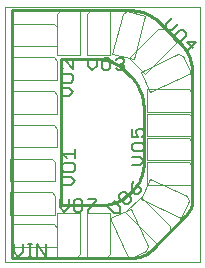
<source format=gto>
G75*
%MOIN*%
%OFA0B0*%
%FSLAX24Y24*%
%IPPOS*%
%LPD*%
%AMOC8*
5,1,8,0,0,1.08239X$1,22.5*
%
%ADD10C,0.0000*%
%ADD11C,0.0100*%
%ADD12C,0.0040*%
%ADD13C,0.0080*%
D10*
X002392Y002517D02*
X002392Y011017D01*
X008892Y011017D01*
X008892Y002517D01*
X002392Y002517D01*
D11*
X002642Y002642D02*
X006622Y002642D01*
X007295Y002920D02*
X008410Y004035D01*
X008642Y004594D02*
X008642Y008820D01*
X008237Y009796D02*
X007524Y010509D01*
X006601Y010892D02*
X002642Y010892D01*
X002642Y002642D01*
X004267Y004392D02*
X005563Y004392D01*
X006551Y004801D02*
X006651Y004901D01*
X007017Y005784D02*
X007017Y007626D01*
X006564Y008720D02*
X006379Y008904D01*
X007524Y010510D02*
X007474Y010557D01*
X007422Y010601D01*
X007368Y010643D01*
X007312Y010681D01*
X007253Y010717D01*
X007193Y010750D01*
X007132Y010779D01*
X007069Y010805D01*
X007004Y010828D01*
X006939Y010848D01*
X006872Y010863D01*
X006805Y010876D01*
X006737Y010885D01*
X006669Y010890D01*
X006601Y010892D01*
X005504Y009267D02*
X004267Y009267D01*
X004267Y004392D01*
X005563Y004391D02*
X005636Y004393D01*
X005709Y004399D01*
X005782Y004408D01*
X005854Y004422D01*
X005925Y004439D01*
X005995Y004459D01*
X006064Y004484D01*
X006132Y004512D01*
X006198Y004543D01*
X006262Y004578D01*
X006324Y004617D01*
X006385Y004658D01*
X006443Y004703D01*
X006498Y004750D01*
X006552Y004800D01*
X006651Y004900D02*
X006696Y004948D01*
X006738Y004997D01*
X006778Y005049D01*
X006815Y005103D01*
X006850Y005159D01*
X006881Y005217D01*
X006909Y005276D01*
X006934Y005336D01*
X006956Y005398D01*
X006974Y005460D01*
X006990Y005524D01*
X007002Y005588D01*
X007010Y005653D01*
X007015Y005719D01*
X007017Y005784D01*
X008642Y004594D02*
X008640Y004542D01*
X008635Y004491D01*
X008627Y004440D01*
X008615Y004389D01*
X008600Y004340D01*
X008582Y004291D01*
X008560Y004244D01*
X008536Y004198D01*
X008509Y004155D01*
X008479Y004112D01*
X008446Y004072D01*
X008410Y004035D01*
X007295Y002921D02*
X007253Y002881D01*
X007209Y002845D01*
X007163Y002811D01*
X007115Y002779D01*
X007064Y002751D01*
X007013Y002726D01*
X006960Y002704D01*
X006905Y002685D01*
X006850Y002670D01*
X006794Y002658D01*
X006737Y002649D01*
X006679Y002644D01*
X006622Y002642D01*
X007017Y007626D02*
X007015Y007702D01*
X007010Y007778D01*
X007000Y007853D01*
X006987Y007928D01*
X006971Y008002D01*
X006950Y008075D01*
X006927Y008147D01*
X006899Y008218D01*
X006869Y008287D01*
X006834Y008355D01*
X006797Y008421D01*
X006756Y008485D01*
X006713Y008547D01*
X006666Y008607D01*
X006617Y008664D01*
X006564Y008719D01*
X008238Y009797D02*
X008287Y009744D01*
X008334Y009689D01*
X008378Y009632D01*
X008419Y009572D01*
X008457Y009510D01*
X008491Y009447D01*
X008523Y009382D01*
X008550Y009315D01*
X008574Y009247D01*
X008595Y009177D01*
X008612Y009107D01*
X008625Y009036D01*
X008634Y008964D01*
X008640Y008892D01*
X008642Y008820D01*
X006379Y008904D02*
X006328Y008951D01*
X006275Y008996D01*
X006220Y009038D01*
X006162Y009076D01*
X006102Y009112D01*
X006041Y009143D01*
X005977Y009172D01*
X005913Y009197D01*
X005846Y009218D01*
X005779Y009235D01*
X005711Y009249D01*
X005642Y009258D01*
X005573Y009264D01*
X005504Y009266D01*
D12*
X005142Y009392D02*
X005142Y010767D01*
X005267Y010892D01*
X005892Y010892D01*
X005892Y009392D01*
X005142Y009392D01*
X004892Y009392D02*
X004142Y009392D01*
X004142Y010767D01*
X004267Y010892D01*
X004892Y010892D01*
X004892Y009392D01*
X004142Y009204D02*
X004017Y009329D01*
X002642Y009329D01*
X002642Y008579D01*
X004142Y008579D01*
X004142Y009204D01*
X004142Y009704D02*
X002642Y009704D01*
X002642Y010454D01*
X004017Y010454D01*
X004142Y010329D01*
X004142Y009704D01*
X004017Y008204D02*
X004142Y008079D01*
X004142Y007454D01*
X002642Y007454D01*
X002642Y008204D01*
X004017Y008204D01*
X004017Y007079D02*
X004142Y006954D01*
X004142Y006329D01*
X002642Y006329D01*
X002642Y007079D01*
X004017Y007079D01*
X003954Y005954D02*
X004079Y005829D01*
X004079Y005204D01*
X002579Y005204D01*
X002579Y005954D01*
X003954Y005954D01*
X003954Y004829D02*
X004079Y004704D01*
X004079Y004079D01*
X002579Y004079D01*
X002579Y004829D01*
X003954Y004829D01*
X004142Y004142D02*
X004892Y004142D01*
X004892Y002767D01*
X004767Y002642D01*
X004142Y002642D01*
X004142Y004142D01*
X004017Y003767D02*
X004142Y003642D01*
X004142Y003017D01*
X002642Y003017D01*
X002642Y003767D01*
X004017Y003767D01*
X005142Y004142D02*
X005142Y002642D01*
X005767Y002642D01*
X005892Y002767D01*
X005892Y004142D01*
X005142Y004142D01*
X005903Y003968D02*
X006582Y004285D01*
X007163Y003039D01*
X007103Y002873D01*
X006537Y002608D01*
X005903Y003968D01*
X006409Y004157D02*
X006939Y004687D01*
X007911Y003715D01*
X007911Y003538D01*
X007469Y003096D01*
X006409Y004157D01*
X006913Y004594D02*
X007230Y005273D01*
X008476Y004692D01*
X008536Y004526D01*
X008272Y003960D01*
X006913Y004594D01*
X007142Y005079D02*
X007142Y005829D01*
X008517Y005829D01*
X008642Y005704D01*
X008642Y005079D01*
X007142Y005079D01*
X007142Y005892D02*
X007142Y006642D01*
X008517Y006642D01*
X008642Y006517D01*
X008642Y005892D01*
X007142Y005892D01*
X007142Y006704D02*
X007142Y007454D01*
X008517Y007454D01*
X008642Y007329D01*
X008642Y006704D01*
X007142Y006704D01*
X007142Y007517D02*
X007142Y008267D01*
X008517Y008267D01*
X008642Y008142D01*
X008642Y007517D01*
X007142Y007517D01*
X007245Y008160D02*
X006928Y008840D01*
X008175Y009421D01*
X008341Y009360D01*
X008605Y008794D01*
X007245Y008160D01*
X007064Y008784D02*
X006534Y009314D01*
X007506Y010286D01*
X007683Y010286D01*
X008125Y009844D01*
X007064Y008784D01*
X006685Y009258D02*
X005960Y009452D01*
X006316Y010780D01*
X006469Y010868D01*
X007073Y010707D01*
X006685Y009258D01*
D13*
X006371Y009247D02*
X006371Y009177D01*
X006301Y009107D01*
X006371Y009037D01*
X006371Y008967D01*
X006301Y008897D01*
X006161Y008897D01*
X006091Y008967D01*
X006231Y009107D02*
X006301Y009107D01*
X006371Y009247D02*
X006301Y009317D01*
X006161Y009317D01*
X006091Y009247D01*
X005911Y009247D02*
X005911Y008967D01*
X005841Y008897D01*
X005701Y008897D01*
X005630Y008967D01*
X005630Y009247D01*
X005701Y009317D01*
X005841Y009317D01*
X005911Y009247D01*
X005450Y009317D02*
X005450Y009037D01*
X005310Y008897D01*
X005170Y009037D01*
X005170Y009317D01*
X004677Y009227D02*
X004677Y008946D01*
X004396Y009227D01*
X004326Y009227D01*
X004256Y009156D01*
X004256Y009016D01*
X004326Y008946D01*
X004326Y008766D02*
X004256Y008696D01*
X004256Y008556D01*
X004326Y008486D01*
X004607Y008486D01*
X004677Y008556D01*
X004677Y008696D01*
X004607Y008766D01*
X004326Y008766D01*
X004256Y008306D02*
X004537Y008306D01*
X004677Y008166D01*
X004537Y008025D01*
X004256Y008025D01*
X004727Y006258D02*
X004727Y005977D01*
X004727Y006118D02*
X004306Y006118D01*
X004446Y005977D01*
X004376Y005797D02*
X004306Y005727D01*
X004306Y005587D01*
X004376Y005517D01*
X004657Y005517D01*
X004727Y005587D01*
X004727Y005727D01*
X004657Y005797D01*
X004376Y005797D01*
X004306Y005337D02*
X004587Y005337D01*
X004727Y005197D01*
X004587Y005057D01*
X004306Y005057D01*
X004238Y004602D02*
X004238Y004322D01*
X004378Y004182D01*
X004518Y004322D01*
X004518Y004602D01*
X004698Y004532D02*
X004698Y004252D01*
X004768Y004182D01*
X004909Y004182D01*
X004979Y004252D01*
X004979Y004532D01*
X004909Y004602D01*
X004768Y004602D01*
X004698Y004532D01*
X005159Y004602D02*
X005439Y004602D01*
X005439Y004532D01*
X005159Y004252D01*
X005159Y004182D01*
X005826Y004352D02*
X006024Y004154D01*
X006222Y004154D01*
X006222Y004352D01*
X006024Y004550D01*
X006201Y004628D02*
X006399Y004430D01*
X006498Y004430D01*
X006598Y004529D01*
X006598Y004628D01*
X006399Y004826D01*
X006300Y004826D01*
X006201Y004727D01*
X006201Y004628D01*
X006626Y004855D02*
X006626Y005053D01*
X006675Y005201D01*
X006774Y005003D02*
X006626Y004855D01*
X006725Y004756D01*
X006824Y004756D01*
X006923Y004855D01*
X006923Y004954D01*
X006874Y005003D01*
X006774Y005003D01*
X006899Y005738D02*
X006619Y005738D01*
X006899Y005738D02*
X007039Y005878D01*
X006899Y006018D01*
X006619Y006018D01*
X006689Y006198D02*
X006969Y006198D01*
X007039Y006268D01*
X007039Y006409D01*
X006969Y006479D01*
X006689Y006479D01*
X006619Y006409D01*
X006619Y006268D01*
X006689Y006198D01*
X006619Y006659D02*
X006829Y006659D01*
X006759Y006799D01*
X006759Y006869D01*
X006829Y006939D01*
X006969Y006939D01*
X007039Y006869D01*
X007039Y006729D01*
X006969Y006659D01*
X006619Y006659D02*
X006619Y006939D01*
X008454Y009528D02*
X008752Y009825D01*
X008454Y009825D01*
X008653Y009627D01*
X008426Y010051D02*
X008426Y010150D01*
X008327Y010249D01*
X008228Y010249D01*
X008030Y010051D01*
X008030Y009952D01*
X008129Y009853D01*
X008228Y009853D01*
X008426Y010051D01*
X008150Y010426D02*
X007952Y010228D01*
X007754Y010228D01*
X007754Y010426D01*
X007952Y010624D01*
X003752Y003102D02*
X003752Y002682D01*
X003471Y003102D01*
X003471Y002682D01*
X003304Y002682D02*
X003164Y002682D01*
X003234Y002682D02*
X003234Y003102D01*
X003164Y003102D02*
X003304Y003102D01*
X002984Y003102D02*
X002984Y002822D01*
X002844Y002682D01*
X002704Y002822D01*
X002704Y003102D01*
M02*

</source>
